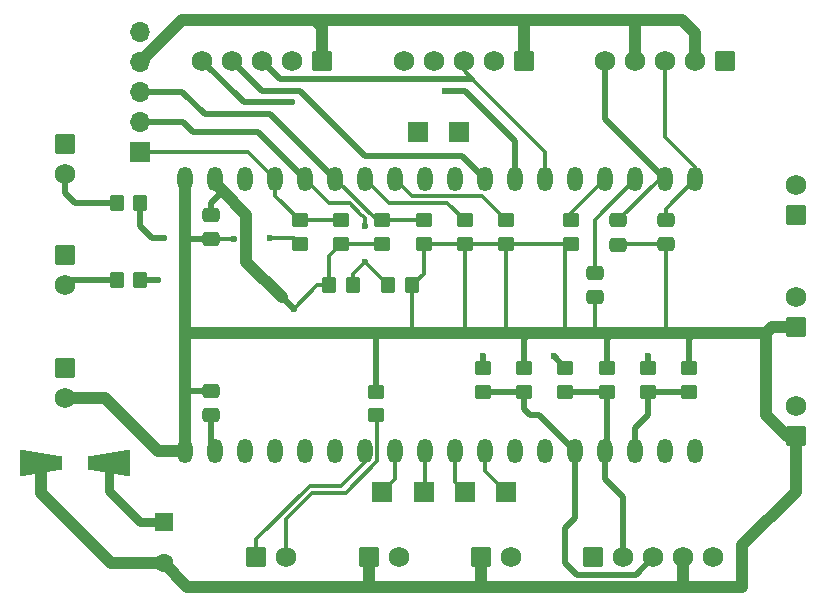
<source format=gbr>
%TF.GenerationSoftware,KiCad,Pcbnew,9.0.0*%
%TF.CreationDate,2025-03-04T16:47:24-08:00*%
%TF.ProjectId,ESPBrewRIMS_PCB,45535042-7265-4775-9249-4d535f504342,rev?*%
%TF.SameCoordinates,Original*%
%TF.FileFunction,Copper,L1,Top*%
%TF.FilePolarity,Positive*%
%FSLAX46Y46*%
G04 Gerber Fmt 4.6, Leading zero omitted, Abs format (unit mm)*
G04 Created by KiCad (PCBNEW 9.0.0) date 2025-03-04 16:47:24*
%MOMM*%
%LPD*%
G01*
G04 APERTURE LIST*
G04 Aperture macros list*
%AMRoundRect*
0 Rectangle with rounded corners*
0 $1 Rounding radius*
0 $2 $3 $4 $5 $6 $7 $8 $9 X,Y pos of 4 corners*
0 Add a 4 corners polygon primitive as box body*
4,1,4,$2,$3,$4,$5,$6,$7,$8,$9,$2,$3,0*
0 Add four circle primitives for the rounded corners*
1,1,$1+$1,$2,$3*
1,1,$1+$1,$4,$5*
1,1,$1+$1,$6,$7*
1,1,$1+$1,$8,$9*
0 Add four rect primitives between the rounded corners*
20,1,$1+$1,$2,$3,$4,$5,0*
20,1,$1+$1,$4,$5,$6,$7,0*
20,1,$1+$1,$6,$7,$8,$9,0*
20,1,$1+$1,$8,$9,$2,$3,0*%
%AMOutline4P*
0 Free polygon, 4 corners , with rotation*
0 The origin of the aperture is its center*
0 number of corners: always 4*
0 $1 to $8 corner X, Y*
0 $9 Rotation angle, in degrees counterclockwise*
0 create outline with 4 corners*
4,1,4,$1,$2,$3,$4,$5,$6,$7,$8,$1,$2,$9*%
G04 Aperture macros list end*
%TA.AperFunction,ComponentPad*%
%ADD10C,1.740000*%
%TD*%
%TA.AperFunction,ComponentPad*%
%ADD11RoundRect,0.250000X0.620000X0.620000X-0.620000X0.620000X-0.620000X-0.620000X0.620000X-0.620000X0*%
%TD*%
%TA.AperFunction,ComponentPad*%
%ADD12R,1.700000X1.700000*%
%TD*%
%TA.AperFunction,ComponentPad*%
%ADD13RoundRect,0.250000X-0.620000X0.620000X-0.620000X-0.620000X0.620000X-0.620000X0.620000X0.620000X0*%
%TD*%
%TA.AperFunction,SMDPad,CuDef*%
%ADD14RoundRect,0.250000X0.350000X0.450000X-0.350000X0.450000X-0.350000X-0.450000X0.350000X-0.450000X0*%
%TD*%
%TA.AperFunction,SMDPad,CuDef*%
%ADD15RoundRect,0.250000X0.450000X-0.350000X0.450000X0.350000X-0.450000X0.350000X-0.450000X-0.350000X0*%
%TD*%
%TA.AperFunction,SMDPad,CuDef*%
%ADD16RoundRect,0.250000X0.475000X-0.337500X0.475000X0.337500X-0.475000X0.337500X-0.475000X-0.337500X0*%
%TD*%
%TA.AperFunction,ComponentPad*%
%ADD17RoundRect,0.250000X0.620000X-0.620000X0.620000X0.620000X-0.620000X0.620000X-0.620000X-0.620000X0*%
%TD*%
%TA.AperFunction,SMDPad,CuDef*%
%ADD18RoundRect,0.250000X-0.450000X0.350000X-0.450000X-0.350000X0.450000X-0.350000X0.450000X0.350000X0*%
%TD*%
%TA.AperFunction,SMDPad,CuDef*%
%ADD19RoundRect,0.250000X-0.475000X0.337500X-0.475000X-0.337500X0.475000X-0.337500X0.475000X0.337500X0*%
%TD*%
%TA.AperFunction,ComponentPad*%
%ADD20RoundRect,0.250000X-0.620000X-0.620000X0.620000X-0.620000X0.620000X0.620000X-0.620000X0.620000X0*%
%TD*%
%TA.AperFunction,ComponentPad*%
%ADD21O,1.700000X1.700000*%
%TD*%
%TA.AperFunction,SMDPad,CuDef*%
%ADD22Outline4P,-1.800000X-1.150000X1.800000X-0.550000X1.800000X0.550000X-1.800000X1.150000X180.000000*%
%TD*%
%TA.AperFunction,SMDPad,CuDef*%
%ADD23Outline4P,-1.800000X-1.150000X1.800000X-0.550000X1.800000X0.550000X-1.800000X1.150000X0.000000*%
%TD*%
%TA.AperFunction,SMDPad,CuDef*%
%ADD24RoundRect,0.250000X-0.350000X-0.450000X0.350000X-0.450000X0.350000X0.450000X-0.350000X0.450000X0*%
%TD*%
%TA.AperFunction,ComponentPad*%
%ADD25R,1.600000X1.600000*%
%TD*%
%TA.AperFunction,ComponentPad*%
%ADD26C,1.600000*%
%TD*%
%TA.AperFunction,ComponentPad*%
%ADD27O,1.300000X2.100000*%
%TD*%
%TA.AperFunction,ViaPad*%
%ADD28C,0.600000*%
%TD*%
%TA.AperFunction,Conductor*%
%ADD29C,0.500000*%
%TD*%
%TA.AperFunction,Conductor*%
%ADD30C,0.350000*%
%TD*%
%TA.AperFunction,Conductor*%
%ADD31C,1.000000*%
%TD*%
%TA.AperFunction,Conductor*%
%ADD32C,0.750000*%
%TD*%
G04 APERTURE END LIST*
D10*
%TO.P,J15,5,Pin_5*%
%TO.N,TC_SO*%
X144340000Y-67000000D03*
%TO.P,J15,4,Pin_4*%
%TO.N,TC_CS1*%
X146880000Y-67000000D03*
%TO.P,J15,3,Pin_3*%
%TO.N,TC_SCK*%
X149420000Y-67000000D03*
%TO.P,J15,2,Pin_2*%
%TO.N,Vcc*%
X151960000Y-67000000D03*
D11*
%TO.P,J15,1,Pin_1*%
%TO.N,GND*%
X154500000Y-67000000D03*
%TD*%
D12*
%TO.P,J12,1,Pin_1*%
%TO.N,Net-(J12-Pin_1)*%
X145500000Y-73000000D03*
%TD*%
D13*
%TO.P,J19,1,Pin_1*%
%TO.N,Vcc*%
X115600000Y-83460000D03*
D10*
%TO.P,J19,2,Pin_2*%
%TO.N,Net-(J19-Pin_2)*%
X115600000Y-86000000D03*
%TD*%
D14*
%TO.P,R18,1*%
%TO.N,SW_EX2*%
X122000000Y-85500000D03*
%TO.P,R18,2*%
%TO.N,Net-(J19-Pin_2)*%
X120000000Y-85500000D03*
%TD*%
%TO.P,R10,1*%
%TO.N,SW_EX1*%
X122000000Y-79000000D03*
%TO.P,R10,2*%
%TO.N,Net-(J14-Pin_2)*%
X120000000Y-79000000D03*
%TD*%
D12*
%TO.P,J13,1,Pin_1*%
%TO.N,Net-(J13-Pin_1)*%
X149000000Y-73000000D03*
%TD*%
%TO.P,J11,1,Pin_1*%
%TO.N,Net-(J11-Pin_1)*%
X153000000Y-103500000D03*
%TD*%
%TO.P,J10,1,Pin_1*%
%TO.N,Net-(J10-Pin_1)*%
X149500000Y-103500000D03*
%TD*%
%TO.P,J9,1,Pin_1*%
%TO.N,Net-(J9-Pin_1)*%
X146000000Y-103500000D03*
%TD*%
%TO.P,J8,1,Pin_1*%
%TO.N,Net-(J8-Pin_1)*%
X142500000Y-103500000D03*
%TD*%
D15*
%TO.P,R3,1*%
%TO.N,LED_DIO*%
X168500000Y-95000000D03*
%TO.P,R3,2*%
%TO.N,GND*%
X168500000Y-93000000D03*
%TD*%
D16*
%TO.P,C3,1*%
%TO.N,GND*%
X128000000Y-82075000D03*
%TO.P,C3,2*%
%TO.N,Vcc*%
X128000000Y-80000000D03*
%TD*%
D17*
%TO.P,J4,1,Pin_1*%
%TO.N,GND*%
X177500000Y-98770000D03*
D10*
%TO.P,J4,2,Pin_2*%
%TO.N,ADC2*%
X177500000Y-96230000D03*
%TD*%
D17*
%TO.P,J3,1,Pin_1*%
%TO.N,GND*%
X177500000Y-89500000D03*
D10*
%TO.P,J3,2,Pin_2*%
%TO.N,ADC1*%
X177500000Y-86960000D03*
%TD*%
D15*
%TO.P,R5,1*%
%TO.N,LED_STB*%
X154500000Y-95000000D03*
%TO.P,R5,2*%
%TO.N,GND*%
X154500000Y-93000000D03*
%TD*%
D18*
%TO.P,R17,1*%
%TO.N,EX_DIO*%
X139000000Y-80500000D03*
%TO.P,R17,2*%
%TO.N,Vcc*%
X139000000Y-82500000D03*
%TD*%
D19*
%TO.P,C6,1*%
%TO.N,ENC_SW*%
X160500000Y-84925000D03*
%TO.P,C6,2*%
%TO.N,GND*%
X160500000Y-87000000D03*
%TD*%
D18*
%TO.P,R16,1*%
%TO.N,SW_EX2*%
X153000000Y-80500000D03*
%TO.P,R16,2*%
%TO.N,GND*%
X153000000Y-82500000D03*
%TD*%
D20*
%TO.P,J7,1,Pin_1*%
%TO.N,LED_DIO*%
X160380000Y-109000000D03*
D10*
%TO.P,J7,2,Pin_2*%
%TO.N,LED_CLK*%
X162920000Y-109000000D03*
%TO.P,J7,3,Pin_3*%
%TO.N,LED_STB*%
X165460000Y-109000000D03*
%TO.P,J7,4,Pin_4*%
%TO.N,GND*%
X168000000Y-109000000D03*
%TO.P,J7,5,Pin_5*%
%TO.N,Vcc*%
X170540000Y-109000000D03*
%TD*%
D13*
%TO.P,J1,1,Pin_1*%
%TO.N,5V*%
X115600000Y-93000000D03*
D10*
%TO.P,J1,2,Pin_2*%
%TO.N,GND*%
X115600000Y-95540000D03*
%TD*%
D20*
%TO.P,J2,1,Pin_1*%
%TO.N,RESET_SW*%
X131840000Y-109000000D03*
D10*
%TO.P,J2,2,Pin_2*%
%TO.N,Net-(J2-Pin_2)*%
X134380000Y-109000000D03*
%TD*%
D15*
%TO.P,R2,1*%
%TO.N,LED_DIO*%
X165000000Y-95000000D03*
%TO.P,R2,2*%
%TO.N,Vcc*%
X165000000Y-93000000D03*
%TD*%
D20*
%TO.P,J6,1,Pin_1*%
%TO.N,GND*%
X141380000Y-109000000D03*
D10*
%TO.P,J6,2,Pin_2*%
%TO.N,ADC4*%
X143920000Y-109000000D03*
%TD*%
D18*
%TO.P,R13,1*%
%TO.N,SW_MODE*%
X158500000Y-80500000D03*
%TO.P,R13,2*%
%TO.N,GND*%
X158500000Y-82500000D03*
%TD*%
D11*
%TO.P,J16,1,Pin_1*%
%TO.N,GND*%
X137420000Y-67000000D03*
D10*
%TO.P,J16,2,Pin_2*%
%TO.N,Vcc*%
X134880000Y-67000000D03*
%TO.P,J16,3,Pin_3*%
%TO.N,TC_SCK*%
X132340000Y-67000000D03*
%TO.P,J16,4,Pin_4*%
%TO.N,TC_CS2*%
X129800000Y-67000000D03*
%TO.P,J16,5,Pin_5*%
%TO.N,TC_SO*%
X127260000Y-67000000D03*
%TD*%
D14*
%TO.P,R11,1*%
%TO.N,EX_CLK*%
X140000000Y-86000000D03*
%TO.P,R11,2*%
%TO.N,Vcc*%
X138000000Y-86000000D03*
%TD*%
D15*
%TO.P,R7,1*%
%TO.N,LED_CLK*%
X161500000Y-95000000D03*
%TO.P,R7,2*%
%TO.N,GND*%
X161500000Y-93000000D03*
%TD*%
D12*
%TO.P,J20,1,Pin_1*%
%TO.N,EX_DIO*%
X122000000Y-74660000D03*
D21*
%TO.P,J20,2,Pin_2*%
%TO.N,EX_CLK*%
X122000000Y-72120000D03*
%TO.P,J20,3,Pin_3*%
%TO.N,EX_STB*%
X122000000Y-69580000D03*
%TO.P,J20,4,Pin_4*%
%TO.N,GND*%
X122000000Y-67040000D03*
%TO.P,J20,5,Pin_5*%
%TO.N,Vcc*%
X122000000Y-64500000D03*
%TD*%
D22*
%TO.P,D1,1,K*%
%TO.N,5V*%
X119400000Y-101000000D03*
D23*
%TO.P,D1,2,A*%
%TO.N,GND*%
X113600000Y-101000000D03*
%TD*%
D20*
%TO.P,J5,1,Pin_1*%
%TO.N,GND*%
X150880000Y-109000000D03*
D10*
%TO.P,J5,2,Pin_2*%
%TO.N,ADC3*%
X153420000Y-109000000D03*
%TD*%
D24*
%TO.P,R9,1*%
%TO.N,EX_CLK*%
X143000000Y-86000000D03*
%TO.P,R9,2*%
%TO.N,GND*%
X145000000Y-86000000D03*
%TD*%
D19*
%TO.P,C4,1*%
%TO.N,ENC_A*%
X166500000Y-80425000D03*
%TO.P,C4,2*%
%TO.N,GND*%
X166500000Y-82500000D03*
%TD*%
D11*
%TO.P,J18,1,Pin_1*%
%TO.N,ENC_SW*%
X171500000Y-67000000D03*
D10*
%TO.P,J18,2,Pin_2*%
%TO.N,GND*%
X168960000Y-67000000D03*
%TO.P,J18,3,Pin_3*%
%TO.N,ENC_A*%
X166420000Y-67000000D03*
%TO.P,J18,4,Pin_4*%
%TO.N,GND*%
X163880000Y-67000000D03*
%TO.P,J18,5,Pin_5*%
%TO.N,ENC_B*%
X161340000Y-67000000D03*
%TD*%
D19*
%TO.P,C2,1*%
%TO.N,GND*%
X128000000Y-94925000D03*
%TO.P,C2,2*%
%TO.N,5V*%
X128000000Y-97000000D03*
%TD*%
%TO.P,C5,1*%
%TO.N,ENC_B*%
X162500000Y-80500000D03*
%TO.P,C5,2*%
%TO.N,GND*%
X162500000Y-82575000D03*
%TD*%
D18*
%TO.P,R14,1*%
%TO.N,EX_STB*%
X142500000Y-80500000D03*
%TO.P,R14,2*%
%TO.N,Vcc*%
X142500000Y-82500000D03*
%TD*%
D15*
%TO.P,R1,1*%
%TO.N,Net-(J2-Pin_2)*%
X142000000Y-97000000D03*
%TO.P,R1,2*%
%TO.N,GND*%
X142000000Y-95000000D03*
%TD*%
D18*
%TO.P,R15,1*%
%TO.N,EX_DIO*%
X135500000Y-80500000D03*
%TO.P,R15,2*%
%TO.N,GND*%
X135500000Y-82500000D03*
%TD*%
D17*
%TO.P,J17,1,Pin_1*%
%TO.N,Vcc*%
X177500000Y-80040000D03*
D10*
%TO.P,J17,2,Pin_2*%
%TO.N,SW_MODE*%
X177500000Y-77500000D03*
%TD*%
D15*
%TO.P,R6,1*%
%TO.N,LED_CLK*%
X158000000Y-95000000D03*
%TO.P,R6,2*%
%TO.N,Vcc*%
X158000000Y-93000000D03*
%TD*%
D25*
%TO.P,C1,1*%
%TO.N,5V*%
X124000000Y-106000000D03*
D26*
%TO.P,C1,2*%
%TO.N,GND*%
X124000000Y-109500000D03*
%TD*%
D15*
%TO.P,R4,1*%
%TO.N,LED_STB*%
X151000000Y-95000000D03*
%TO.P,R4,2*%
%TO.N,Vcc*%
X151000000Y-93000000D03*
%TD*%
D18*
%TO.P,R12,1*%
%TO.N,EX_STB*%
X146000000Y-80500000D03*
%TO.P,R12,2*%
%TO.N,GND*%
X146000000Y-82500000D03*
%TD*%
%TO.P,R8,1*%
%TO.N,SW_EX1*%
X149500000Y-80500000D03*
%TO.P,R8,2*%
%TO.N,GND*%
X149500000Y-82500000D03*
%TD*%
D13*
%TO.P,J14,1,Pin_1*%
%TO.N,Vcc*%
X115640000Y-74000000D03*
D10*
%TO.P,J14,2,Pin_2*%
%TO.N,Net-(J14-Pin_2)*%
X115640000Y-76540000D03*
%TD*%
D27*
%TO.P,U1,1,J2_GND*%
%TO.N,GND*%
X125820000Y-100030000D03*
%TO.P,U1,2,J2_5V*%
%TO.N,5V*%
X128360000Y-100030000D03*
%TO.P,U1,3,J2_Ve1*%
%TO.N,unconnected-(U1-J2_Ve1-Pad3)*%
X130900000Y-100030000D03*
%TO.P,U1,4,J2_Ve2*%
%TO.N,unconnected-(U1-J2_Ve2-Pad4)*%
X133440000Y-100030000D03*
%TO.P,U1,5,J2_GPIO44*%
%TO.N,unconnected-(U1-J2_GPIO44-Pad5)*%
X135980000Y-100030000D03*
%TO.P,U1,6,J2_GPIO43*%
%TO.N,unconnected-(U1-J2_GPIO43-Pad6)*%
X138520000Y-100030000D03*
%TO.P,U1,7,J2_RST*%
%TO.N,RESET_SW*%
X141060000Y-100030000D03*
%TO.P,U1,8,J2_GPIO0*%
%TO.N,Net-(J8-Pin_1)*%
X143600000Y-100030000D03*
%TO.P,U1,9,J2_GPIO21*%
%TO.N,Net-(J9-Pin_1)*%
X146140000Y-100030000D03*
%TO.P,U1,10,J2_GPIO20*%
%TO.N,Net-(J10-Pin_1)*%
X148680000Y-100030000D03*
%TO.P,U1,11,J2_GPIO19*%
%TO.N,Net-(J11-Pin_1)*%
X151220000Y-100030000D03*
%TO.P,U1,12,J2_GPIO7*%
%TO.N,ADC4*%
X153760000Y-100030000D03*
%TO.P,U1,13,J2_GPIO6*%
%TO.N,ADC3*%
X156300000Y-100030000D03*
%TO.P,U1,14,J2_GPIO5*%
%TO.N,LED_STB*%
X158840000Y-100030000D03*
%TO.P,U1,15,J2_GPIO4*%
%TO.N,LED_CLK*%
X161380000Y-100030000D03*
%TO.P,U1,16,J2_GPIO3*%
%TO.N,LED_DIO*%
X163920000Y-100030000D03*
%TO.P,U1,17,J2_GPIO2*%
%TO.N,ADC1*%
X166460000Y-100030000D03*
%TO.P,U1,18,J2_GPIO1*%
%TO.N,ADC2*%
X169000000Y-100030000D03*
%TO.P,U1,19,J3_GPIO46*%
%TO.N,ENC_A*%
X169000000Y-77000000D03*
%TO.P,U1,20,J3_GPIO45*%
%TO.N,ENC_B*%
X166460000Y-77000000D03*
%TO.P,U1,21,J3_GPIO42*%
%TO.N,ENC_SW*%
X163920000Y-77000000D03*
%TO.P,U1,22,J3_GPIO41*%
%TO.N,SW_MODE*%
X161380000Y-77000000D03*
%TO.P,U1,23,J3_GPIO40*%
%TO.N,TC_SO*%
X158840000Y-77000000D03*
%TO.P,U1,24,J3_GPIO39*%
%TO.N,TC_SCK*%
X156300000Y-77000000D03*
%TO.P,U1,25,J3_GPIO38*%
%TO.N,TC_CS1*%
X153760000Y-77000000D03*
%TO.P,U1,26,J3_GPIO37*%
%TO.N,TC_CS2*%
X151220000Y-77000000D03*
%TO.P,U1,27,J3_GPIO36*%
%TO.N,Net-(J13-Pin_1)*%
X148680000Y-77000000D03*
%TO.P,U1,28,J3_GPIO35*%
%TO.N,Net-(J12-Pin_1)*%
X146140000Y-77000000D03*
%TO.P,U1,29,J3_GPIO34*%
%TO.N,SW_EX2*%
X143600000Y-77000000D03*
%TO.P,U1,30,J3_GPIO33*%
%TO.N,SW_EX1*%
X141060000Y-77000000D03*
%TO.P,U1,31,J3_GPIO47*%
%TO.N,EX_STB*%
X138520000Y-77000000D03*
%TO.P,U1,32,J3_GPIO48*%
%TO.N,EX_CLK*%
X135980000Y-77000000D03*
%TO.P,U1,33,J3_GPIO26*%
%TO.N,EX_DIO*%
X133440000Y-77000000D03*
%TO.P,U1,34,J3_3v3b*%
%TO.N,unconnected-(U1-J3_3v3b-Pad34)*%
X130900000Y-77000000D03*
%TO.P,U1,35,J3_3V3a*%
%TO.N,Vcc*%
X128360000Y-77000000D03*
%TO.P,U1,36,J3_GND*%
%TO.N,GND*%
X125820000Y-77000000D03*
%TD*%
D28*
%TO.N,SW_EX2*%
X123500000Y-85500000D03*
%TO.N,GND*%
X129925000Y-82075000D03*
X133000000Y-82000000D03*
%TO.N,Vcc*%
X151000000Y-92000000D03*
X165000000Y-92000000D03*
X134000000Y-87000000D03*
X157000000Y-92000000D03*
X135000000Y-88000000D03*
%TO.N,SW_EX1*%
X124000000Y-82000000D03*
%TO.N,TC_CS1*%
X147840000Y-69500000D03*
%TO.N,TC_SO*%
X134840000Y-70500000D03*
%TO.N,EX_CLK*%
X141000000Y-84000000D03*
X141000000Y-81000000D03*
%TD*%
D29*
%TO.N,TC_CS2*%
X141000000Y-75000000D02*
X149220000Y-75000000D01*
X132300000Y-69500000D02*
X135500000Y-69500000D01*
X129800000Y-67000000D02*
X132300000Y-69500000D01*
X135500000Y-69500000D02*
X141000000Y-75000000D01*
X149220000Y-75000000D02*
X151220000Y-77000000D01*
D30*
%TO.N,EX_DIO*%
X131100000Y-74660000D02*
X122000000Y-74660000D01*
X133440000Y-77000000D02*
X131100000Y-74660000D01*
D29*
%TO.N,EX_CLK*%
X125620000Y-72120000D02*
X122000000Y-72120000D01*
X132000000Y-73000000D02*
X126500000Y-73000000D01*
X133778000Y-74778000D02*
X132000000Y-73000000D01*
X133778000Y-74798000D02*
X133778000Y-74778000D01*
X126500000Y-73000000D02*
X125620000Y-72120000D01*
X135980000Y-77000000D02*
X133778000Y-74798000D01*
%TO.N,EX_STB*%
X127500000Y-71500000D02*
X125580000Y-69580000D01*
X133020000Y-71500000D02*
X127500000Y-71500000D01*
X125580000Y-69580000D02*
X122000000Y-69580000D01*
X138520000Y-77000000D02*
X133020000Y-71500000D01*
D30*
%TO.N,ENC_A*%
X166420000Y-73420000D02*
X166420000Y-67000000D01*
X169000000Y-76000000D02*
X166420000Y-73420000D01*
X169000000Y-77000000D02*
X169000000Y-76000000D01*
D29*
%TO.N,ENC_B*%
X161340000Y-71880000D02*
X166460000Y-77000000D01*
X161340000Y-67000000D02*
X161340000Y-71880000D01*
D30*
%TO.N,TC_SCK*%
X156300000Y-74660000D02*
X156300000Y-77000000D01*
X150140000Y-68500000D02*
X156300000Y-74660000D01*
D29*
%TO.N,TC_CS1*%
X153760000Y-73760000D02*
X153760000Y-77000000D01*
X149500000Y-69500000D02*
X153760000Y-73760000D01*
X147840000Y-69500000D02*
X149500000Y-69500000D01*
D31*
%TO.N,GND*%
X125540000Y-63500000D02*
X122000000Y-67040000D01*
X136840000Y-63500000D02*
X125540000Y-63500000D01*
D29*
%TO.N,SW_EX1*%
X122000000Y-81000000D02*
X122000000Y-79000000D01*
X123000000Y-82000000D02*
X122000000Y-81000000D01*
X124000000Y-82000000D02*
X123000000Y-82000000D01*
%TO.N,SW_EX2*%
X122000000Y-85500000D02*
X123500000Y-85500000D01*
%TO.N,Net-(J19-Pin_2)*%
X116100000Y-85500000D02*
X115600000Y-86000000D01*
X120000000Y-85500000D02*
X116100000Y-85500000D01*
%TO.N,Net-(J14-Pin_2)*%
X120000000Y-79000000D02*
X116500000Y-79000000D01*
X116500000Y-79000000D02*
X115640000Y-78140000D01*
X115640000Y-78140000D02*
X115640000Y-76540000D01*
%TO.N,LED_CLK*%
X162920000Y-103920000D02*
X162920000Y-109000000D01*
X161380000Y-100030000D02*
X161380000Y-102380000D01*
X161380000Y-102380000D02*
X162920000Y-103920000D01*
D31*
%TO.N,GND*%
X141380000Y-111380000D02*
X141500000Y-111500000D01*
X141380000Y-109000000D02*
X141380000Y-111380000D01*
X141500000Y-111500000D02*
X126000000Y-111500000D01*
D30*
%TO.N,Net-(J2-Pin_2)*%
X136568232Y-103551000D02*
X134380000Y-105739232D01*
X134380000Y-105739232D02*
X134380000Y-109000000D01*
X139389983Y-103551000D02*
X136568232Y-103551000D01*
X142086000Y-100854983D02*
X139389983Y-103551000D01*
X142086000Y-97086000D02*
X142086000Y-100854983D01*
X142000000Y-97000000D02*
X142086000Y-97086000D01*
%TO.N,RESET_SW*%
X131840000Y-107500000D02*
X131840000Y-109000000D01*
D31*
%TO.N,GND*%
X115600000Y-95540000D02*
X119040000Y-95540000D01*
X119040000Y-95540000D02*
X123530000Y-100030000D01*
X123530000Y-100030000D02*
X125820000Y-100030000D01*
D32*
%TO.N,5V*%
X122000000Y-106000000D02*
X124000000Y-106000000D01*
X119400000Y-103400000D02*
X122000000Y-106000000D01*
X119400000Y-101000000D02*
X119400000Y-103400000D01*
D31*
%TO.N,GND*%
X113600000Y-103600000D02*
X113600000Y-101000000D01*
X124000000Y-109500000D02*
X119500000Y-109500000D01*
X119500000Y-109500000D02*
X113600000Y-103600000D01*
X126000000Y-111500000D02*
X124000000Y-109500000D01*
X151000000Y-111500000D02*
X141500000Y-111500000D01*
D30*
%TO.N,Net-(J11-Pin_1)*%
X151220000Y-101720000D02*
X153000000Y-103500000D01*
X151220000Y-100030000D02*
X151220000Y-101720000D01*
%TO.N,Net-(J8-Pin_1)*%
X143600000Y-102400000D02*
X142500000Y-103500000D01*
X143600000Y-100030000D02*
X143600000Y-102400000D01*
%TO.N,Net-(J9-Pin_1)*%
X146140000Y-100030000D02*
X146140000Y-103360000D01*
X146140000Y-103360000D02*
X146000000Y-103500000D01*
%TO.N,Net-(J10-Pin_1)*%
X148680000Y-102680000D02*
X149500000Y-103500000D01*
X148680000Y-100030000D02*
X148680000Y-102680000D01*
D29*
%TO.N,LED_STB*%
X158840000Y-105660000D02*
X158840000Y-100030000D01*
X158000000Y-106500000D02*
X158840000Y-105660000D01*
X159000000Y-110500000D02*
X158000000Y-109500000D01*
X163960000Y-110500000D02*
X159000000Y-110500000D01*
X158000000Y-109500000D02*
X158000000Y-106500000D01*
X165460000Y-109000000D02*
X163960000Y-110500000D01*
D31*
%TO.N,GND*%
X173000000Y-111500000D02*
X168000000Y-111500000D01*
X177500000Y-103500000D02*
X173000000Y-108000000D01*
X177500000Y-98770000D02*
X177500000Y-103500000D01*
X173000000Y-108000000D02*
X173000000Y-111500000D01*
X125820000Y-95000000D02*
X125820000Y-100030000D01*
X175000000Y-97000000D02*
X176770000Y-98770000D01*
X150880000Y-109000000D02*
X150880000Y-111380000D01*
D30*
X149500000Y-89500000D02*
X149000000Y-90000000D01*
X153000000Y-82500000D02*
X153000000Y-90000000D01*
D29*
X125895000Y-94925000D02*
X125820000Y-95000000D01*
D31*
X145000000Y-90000000D02*
X149000000Y-90000000D01*
X137420000Y-67000000D02*
X137420000Y-64080000D01*
X175500000Y-89500000D02*
X177500000Y-89500000D01*
X175000000Y-90000000D02*
X175000000Y-97000000D01*
D30*
X158575000Y-82575000D02*
X158500000Y-82500000D01*
D31*
X125820000Y-90000000D02*
X142000000Y-90000000D01*
D30*
X166500000Y-82500000D02*
X166500000Y-89500000D01*
D31*
X125820000Y-82000000D02*
X125820000Y-86000000D01*
X125820000Y-86000000D02*
X125820000Y-89000000D01*
X168960000Y-64620000D02*
X168960000Y-67000000D01*
D30*
X160500000Y-87000000D02*
X160500000Y-89500000D01*
D31*
X176770000Y-98770000D02*
X177500000Y-98770000D01*
X168000000Y-111500000D02*
X151000000Y-111500000D01*
X125820000Y-93000000D02*
X125820000Y-95000000D01*
X142000000Y-90000000D02*
X145000000Y-90000000D01*
D29*
X154500000Y-90500000D02*
X155000000Y-90000000D01*
D31*
X162000000Y-90000000D02*
X167000000Y-90000000D01*
X125820000Y-77000000D02*
X125820000Y-82000000D01*
D29*
X125895000Y-82075000D02*
X125820000Y-82000000D01*
D30*
X158500000Y-82500000D02*
X158000000Y-83000000D01*
D31*
X167840000Y-63500000D02*
X168960000Y-64620000D01*
X175000000Y-90000000D02*
X175500000Y-89500000D01*
D30*
X162575000Y-82575000D02*
X162650000Y-82500000D01*
D31*
X167000000Y-90000000D02*
X169000000Y-90000000D01*
D30*
X146000000Y-85000000D02*
X145000000Y-86000000D01*
D29*
X168500000Y-93000000D02*
X168500000Y-90500000D01*
X168500000Y-90500000D02*
X169000000Y-90000000D01*
D30*
X133000000Y-82000000D02*
X135000000Y-82000000D01*
D29*
X128000000Y-94925000D02*
X125895000Y-94925000D01*
D30*
X158500000Y-82500000D02*
X153000000Y-82500000D01*
D31*
X125820000Y-89000000D02*
X125820000Y-90000000D01*
D30*
X149500000Y-82500000D02*
X149500000Y-89500000D01*
X145000000Y-86000000D02*
X145000000Y-90000000D01*
D29*
X161500000Y-90500000D02*
X162000000Y-90000000D01*
D30*
X149500000Y-82500000D02*
X153000000Y-82500000D01*
X135000000Y-82000000D02*
X135500000Y-82500000D01*
D31*
X169000000Y-90000000D02*
X175000000Y-90000000D01*
X158000000Y-90000000D02*
X160000000Y-90000000D01*
X137420000Y-64080000D02*
X136840000Y-63500000D01*
X154840000Y-63500000D02*
X163840000Y-63500000D01*
D29*
X154500000Y-93000000D02*
X154500000Y-90500000D01*
D30*
X158000000Y-83000000D02*
X158000000Y-90000000D01*
D31*
X163880000Y-67000000D02*
X163880000Y-63540000D01*
D29*
X142000000Y-95000000D02*
X142000000Y-90000000D01*
X125425000Y-99635000D02*
X125820000Y-100030000D01*
D30*
X128000000Y-82075000D02*
X129925000Y-82075000D01*
D29*
X161500000Y-93000000D02*
X161500000Y-90500000D01*
D31*
X125820000Y-90000000D02*
X125820000Y-93000000D01*
X168000000Y-109000000D02*
X168000000Y-111500000D01*
D29*
X128000000Y-82075000D02*
X125895000Y-82075000D01*
D31*
X160000000Y-90000000D02*
X162000000Y-90000000D01*
X163840000Y-63500000D02*
X167840000Y-63500000D01*
D30*
X146000000Y-82500000D02*
X146000000Y-85000000D01*
X162650000Y-82500000D02*
X166500000Y-82500000D01*
D31*
X154500000Y-63840000D02*
X154840000Y-63500000D01*
D30*
X146000000Y-82500000D02*
X149500000Y-82500000D01*
D31*
X150880000Y-111380000D02*
X151000000Y-111500000D01*
X153000000Y-90000000D02*
X155000000Y-90000000D01*
X155000000Y-90000000D02*
X158000000Y-90000000D01*
D30*
X162500000Y-82575000D02*
X162575000Y-82575000D01*
D31*
X163880000Y-63540000D02*
X163840000Y-63500000D01*
D30*
X160500000Y-89500000D02*
X160000000Y-90000000D01*
D31*
X136840000Y-63500000D02*
X154840000Y-63500000D01*
X149000000Y-90000000D02*
X153000000Y-90000000D01*
X154500000Y-67000000D02*
X154500000Y-63840000D01*
D30*
X166500000Y-89500000D02*
X167000000Y-90000000D01*
D29*
%TO.N,5V*%
X128000000Y-99670000D02*
X128360000Y-100030000D01*
X128000000Y-97000000D02*
X128000000Y-99670000D01*
%TO.N,Vcc*%
X128000000Y-79000000D02*
X129000000Y-78000000D01*
X128000000Y-77360000D02*
X128360000Y-77000000D01*
D30*
X142500000Y-82500000D02*
X139000000Y-82500000D01*
X137000000Y-86000000D02*
X135000000Y-88000000D01*
D31*
X128360000Y-77360000D02*
X129000000Y-78000000D01*
D29*
X158000000Y-93000000D02*
X157000000Y-92000000D01*
X128000000Y-80000000D02*
X128000000Y-79000000D01*
X151000000Y-93000000D02*
X151000000Y-92000000D01*
X134000000Y-87000000D02*
X135000000Y-88000000D01*
D31*
X129000000Y-78000000D02*
X131000000Y-80000000D01*
X131000000Y-84000000D02*
X134000000Y-87000000D01*
D30*
X138000000Y-86000000D02*
X137000000Y-86000000D01*
D29*
X165000000Y-93000000D02*
X165000000Y-92000000D01*
D31*
X128360000Y-77000000D02*
X128360000Y-77360000D01*
X131000000Y-80000000D02*
X131000000Y-84000000D01*
D30*
X138000000Y-86000000D02*
X138000000Y-83500000D01*
X138000000Y-83500000D02*
X139000000Y-82500000D01*
%TO.N,ENC_A*%
X166500000Y-80425000D02*
X166500000Y-79500000D01*
X166500000Y-79500000D02*
X169000000Y-77000000D01*
%TO.N,ENC_B*%
X166000000Y-77000000D02*
X166460000Y-77000000D01*
X162500000Y-80500000D02*
X166000000Y-77000000D01*
%TO.N,ENC_SW*%
X160500000Y-84925000D02*
X160500000Y-80420000D01*
X160500000Y-80420000D02*
X163920000Y-77000000D01*
%TO.N,RESET_SW*%
X139000000Y-103000000D02*
X141060000Y-100940000D01*
X131840000Y-107500000D02*
X136340000Y-103000000D01*
X136340000Y-103000000D02*
X139000000Y-103000000D01*
X141060000Y-100940000D02*
X141060000Y-100030000D01*
D29*
%TO.N,ADC4*%
X153760000Y-100240000D02*
X153760000Y-100030000D01*
%TO.N,LED_DIO*%
X168500000Y-95000000D02*
X165000000Y-95000000D01*
X165000000Y-95000000D02*
X165000000Y-97000000D01*
X165000000Y-97000000D02*
X163920000Y-98080000D01*
X163920000Y-98080000D02*
X163920000Y-100030000D01*
%TO.N,LED_STB*%
X155000000Y-97000000D02*
X155810000Y-97000000D01*
X151000000Y-95000000D02*
X154500000Y-95000000D01*
X155810000Y-97000000D02*
X158840000Y-100030000D01*
X154500000Y-95000000D02*
X154500000Y-96500000D01*
X154500000Y-96500000D02*
X155000000Y-97000000D01*
%TO.N,LED_CLK*%
X161500000Y-99910000D02*
X161380000Y-100030000D01*
X161500000Y-95000000D02*
X161500000Y-99910000D01*
X158000000Y-95000000D02*
X161500000Y-95000000D01*
D30*
%TO.N,SW_EX1*%
X141060000Y-77000000D02*
X143060000Y-79000000D01*
X148000000Y-79000000D02*
X149500000Y-80500000D01*
X143060000Y-79000000D02*
X148000000Y-79000000D01*
D29*
%TO.N,TC_SCK*%
X132340000Y-67000000D02*
X133840000Y-68500000D01*
X156300000Y-76220000D02*
X156300000Y-77000000D01*
X133840000Y-68500000D02*
X150140000Y-68500000D01*
D30*
X149420000Y-67000000D02*
X149420000Y-67780000D01*
X149420000Y-67780000D02*
X150140000Y-68500000D01*
D29*
%TO.N,TC_SO*%
X127260000Y-67000000D02*
X130760000Y-70500000D01*
X130760000Y-70500000D02*
X134840000Y-70500000D01*
D30*
%TO.N,SW_MODE*%
X161380000Y-77000000D02*
X158500000Y-79880000D01*
X158500000Y-79880000D02*
X158500000Y-80500000D01*
%TO.N,SW_EX2*%
X143600000Y-77000000D02*
X145026000Y-78426000D01*
X150926000Y-78426000D02*
X153000000Y-80500000D01*
X145026000Y-78426000D02*
X150926000Y-78426000D01*
%TO.N,EX_CLK*%
X141000000Y-80259232D02*
X141000000Y-81000000D01*
X137980000Y-79000000D02*
X139000000Y-79000000D01*
X139000000Y-79000000D02*
X139740768Y-79000000D01*
X135980000Y-77000000D02*
X137980000Y-79000000D01*
X140000000Y-85000000D02*
X141000000Y-84000000D01*
X141000000Y-84000000D02*
X143000000Y-86000000D01*
X139740768Y-79000000D02*
X140740768Y-80000000D01*
X140000000Y-86000000D02*
X140000000Y-85000000D01*
X140870384Y-80129616D02*
X141000000Y-80259232D01*
X140740768Y-80000000D02*
X140870384Y-80129616D01*
%TO.N,EX_STB*%
X142500000Y-80500000D02*
X142020000Y-80500000D01*
X142020000Y-80500000D02*
X138520000Y-77000000D01*
X146000000Y-80500000D02*
X142500000Y-80500000D01*
%TO.N,EX_DIO*%
X139000000Y-80500000D02*
X135500000Y-80500000D01*
X133440000Y-78440000D02*
X133440000Y-77000000D01*
X135500000Y-80500000D02*
X133440000Y-78440000D01*
%TD*%
M02*

</source>
